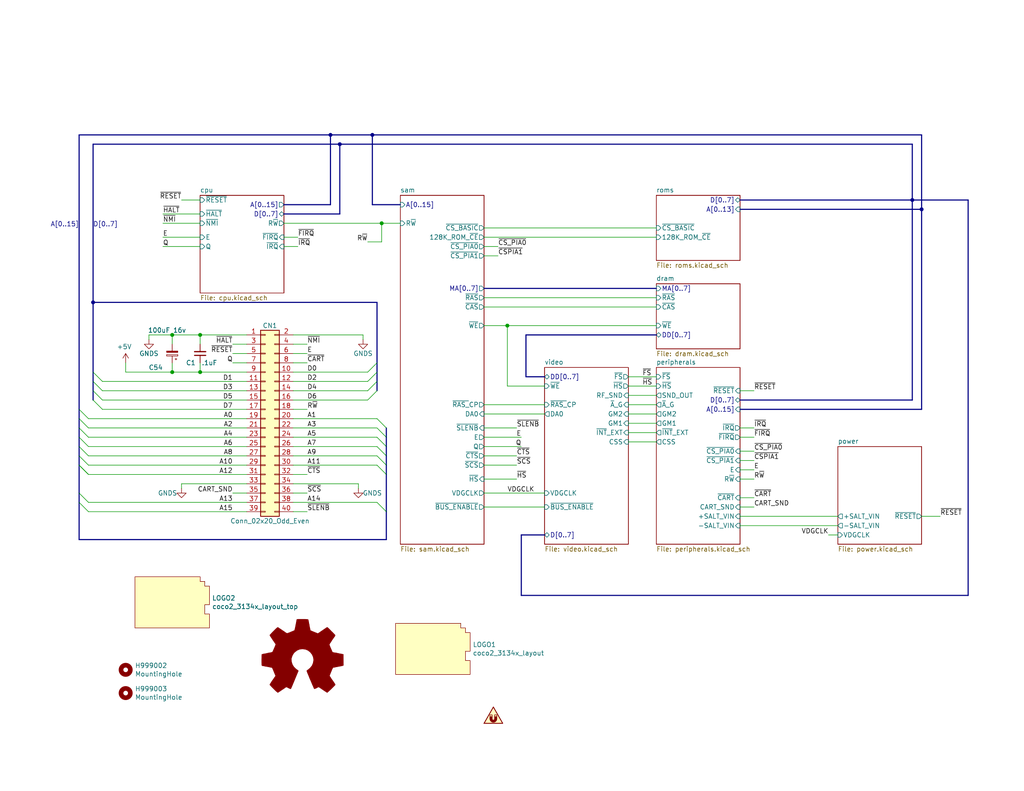
<source format=kicad_sch>
(kicad_sch (version 20211123) (generator eeschema)
  (paper "A")
  (title_block (title "TRS-80 Color Computer 2 (26-3134B & 26-3136B)") (date "2022-10-07") (rev "1.0.0") (company "Tandy Corporation") (comment 1 "Board # 20261058") (comment 3 "Reference board donated by MrDave3609") (comment 4 "Kicad schematic capture by Rocky Hill"))
  (lib_symbols
    (symbol "Graphic:SYM_Magnet_Small" (pin_names (offset 1.016) hide)
      (symbol "SYM_Magnet_Small_0_1"
        (rectangle (start -0.9398 -0.7112) (end -0.3302 -0.0762) (fill (type outline)))
        (rectangle (start -0.9398 -0.2286) (end -0.3302 0.4064) (fill (type background)))
        (arc (start -0.635 -0.6858) (mid 0 -1.3208) (end 0.635 -0.6858) (stroke (width 0.762)))
        (polyline (pts (xy -2.54 -1.905) (xy 2.54 -1.905) (xy 0 2.54) (xy -2.54 -1.905)) (stroke (width 0.254)) (fill (type background)))
        (rectangle (start 0.3302 -0.7112) (end 0.9398 -0.0762) (fill (type outline)))
        (rectangle (start 0.3302 -0.2286) (end 0.9398 0.4064) (fill (type background)))
      )
    )
    (symbol "coco2-rescue:+5V-power" (power) (pin_names (offset 0))
      (property "Value" "+5V-power" (at 0 3.556 0))
      (symbol "+5V-power_0_1"
        (polyline (pts (xy -0.762 1.27) (xy 0 2.54)))
        (polyline (pts (xy 0 0) (xy 0 2.54)))
        (polyline (pts (xy 0 2.54) (xy 0.762 1.27)))
      )
      (symbol "+5V-power_1_1"
        (pin power_in line (at 0 0 90) (length 0) hide (name "+5V") (number "1"))
      )
    )
    (symbol "coco2-rescue:CP_Small-Device" (pin_numbers hide) (pin_names (offset 0.254) hide)
      (property "Reference" "C" (at 0.254 1.778 0))
      (property "Value" "CP_Small-Device" (at 0.254 -2.032 0))
      (symbol "CP_Small-Device_0_1"
        (rectangle (start -1.524 -0.3048) (end 1.524 -0.6858) (fill (type outline)))
        (rectangle (start -1.524 0.6858) (end 1.524 0.3048))
        (polyline (pts (xy -1.27 1.524) (xy -0.762 1.524)))
        (polyline (pts (xy -1.016 1.27) (xy -1.016 1.778)))
      )
      (symbol "CP_Small-Device_1_1"
        (pin passive line (at 0 2.54 270) (length 1.8542) (name "~") (number "1"))
        (pin passive line (at 0 -2.54 90) (length 1.8542) (name "~") (number "2"))
      )
    )
    (symbol "coco2-rescue:C_Small-Device" (pin_numbers hide) (pin_names (offset 0.254) hide)
      (property "Reference" "C" (at 0.254 1.778 0))
      (property "Value" "C_Small-Device" (at 0.254 -2.032 0))
      (symbol "C_Small-Device_0_1"
        (polyline (pts (xy -1.524 -0.508) (xy 1.524 -0.508)) (stroke (width 0.3302)))
        (polyline (pts (xy -1.524 0.508) (xy 1.524 0.508)) (stroke (width 0.3048)))
      )
      (symbol "C_Small-Device_1_1"
        (pin passive line (at 0 2.54 270) (length 2.032) (name "~") (number "1"))
        (pin passive line (at 0 -2.54 90) (length 2.032) (name "~") (number "2"))
      )
    )
    (symbol "coco2-rescue:Conn_02x20_Odd_Even-Connector_Generic" (pin_names (offset 1.016) hide)
      (property "Reference" "J" (at 1.27 25.4 0))
      (property "Value" "Conn_02x20_Odd_Even-Connector_Generic" (at 1.27 -27.94 0))
      (symbol "Conn_02x20_Odd_Even-Connector_Generic_1_1"
        (rectangle (start -1.27 -25.273) (end 0 -25.527) (stroke (width 0.1524)))
        (rectangle (start -1.27 -22.733) (end 0 -22.987) (stroke (width 0.1524)))
        (rectangle (start -1.27 -20.193) (end 0 -20.447) (stroke (width 0.1524)))
        (rectangle (start -1.27 -17.653) (end 0 -17.907) (stroke (width 0.1524)))
        (rectangle (start -1.27 -15.113) (end 0 -15.367) (stroke (width 0.1524)))
        (rectangle (start -1.27 -12.573) (end 0 -12.827) (stroke (width 0.1524)))
        (rectangle (start -1.27 -10.033) (end 0 -10.287) (stroke (width 0.1524)))
        (rectangle (start -1.27 -7.493) (end 0 -7.747) (stroke (width 0.1524)))
        (rectangle (start -1.27 -4.953) (end 0 -5.207) (stroke (width 0.1524)))
        (rectangle (start -1.27 -2.413) (end 0 -2.667) (stroke (width 0.1524)))
        (rectangle (start -1.27 0.127) (end 0 -0.127) (stroke (width 0.1524)))
        (rectangle (start -1.27 2.667) (end 0 2.413) (stroke (width 0.1524)))
        (rectangle (start -1.27 5.207) (end 0 4.953) (stroke (width 0.1524)))
        (rectangle (start -1.27 7.747) (end 0 7.493) (stroke (width 0.1524)))
        (rectangle (start -1.27 10.287) (end 0 10.033) (stroke (width 0.1524)))
        (rectangle (start -1.27 12.827) (end 0 12.573) (stroke (width 0.1524)))
        (rectangle (start -1.27 15.367) (end 0 15.113) (stroke (width 0.1524)))
        (rectangle (start -1.27 17.907) (end 0 17.653) (stroke (width 0.1524)))
        (rectangle (start -1.27 20.447) (end 0 20.193) (stroke (width 0.1524)))
        (rectangle (start -1.27 22.987) (end 0 22.733) (stroke (width 0.1524)))
        (rectangle (start -1.27 24.13) (end 3.81 -26.67) (stroke (width 0.254)) (fill (type background)))
        (rectangle (start 3.81 -25.273) (end 2.54 -25.527) (stroke (width 0.1524)))
        (rectangle (start 3.81 -22.733) (end 2.54 -22.987) (stroke (width 0.1524)))
        (rectangle (start 3.81 -20.193) (end 2.54 -20.447) (stroke (width 0.1524)))
        (rectangle (start 3.81 -17.653) (end 2.54 -17.907) (stroke (width 0.1524)))
        (rectangle (start 3.81 -15.113) (end 2.54 -15.367) (stroke (width 0.1524)))
        (rectangle (start 3.81 -12.573) (end 2.54 -12.827) (stroke (width 0.1524)))
        (rectangle (start 3.81 -10.033) (end 2.54 -10.287) (stroke (width 0.1524)))
        (rectangle (start 3.81 -7.493) (end 2.54 -7.747) (stroke (width 0.1524)))
        (rectangle (start 3.81 -4.953) (end 2.54 -5.207) (stroke (width 0.1524)))
        (rectangle (start 3.81 -2.413) (end 2.54 -2.667) (stroke (width 0.1524)))
        (rectangle (start 3.81 0.127) (end 2.54 -0.127) (stroke (width 0.1524)))
        (rectangle (start 3.81 2.667) (end 2.54 2.413) (stroke (width 0.1524)))
        (rectangle (start 3.81 5.207) (end 2.54 4.953) (stroke (width 0.1524)))
        (rectangle (start 3.81 7.747) (end 2.54 7.493) (stroke (width 0.1524)))
        (rectangle (start 3.81 10.287) (end 2.54 10.033) (stroke (width 0.1524)))
        (rectangle (start 3.81 12.827) (end 2.54 12.573) (stroke (width 0.1524)))
        (rectangle (start 3.81 15.367) (end 2.54 15.113) (stroke (width 0.1524)))
        (rectangle (start 3.81 17.907) (end 2.54 17.653) (stroke (width 0.1524)))
        (rectangle (start 3.81 20.447) (end 2.54 20.193) (stroke (width 0.1524)))
        (rectangle (start 3.81 22.987) (end 2.54 22.733) (stroke (width 0.1524)))
        (pin passive line (at -5.08 22.86 0) (length 3.81) (name "Pin_1") (number "1"))
        (pin passive line (at 7.62 12.7 180) (length 3.81) (name "Pin_10") (number "10"))
        (pin passive line (at -5.08 10.16 0) (length 3.81) (name "Pin_11") (number "11"))
        (pin passive line (at 7.62 10.16 180) (length 3.81) (name "Pin_12") (number "12"))
        (pin passive line (at -5.08 7.62 0) (length 3.81) (name "Pin_13") (number "13"))
        (pin passive line (at 7.62 7.62 180) (length 3.81) (name "Pin_14") (number "14"))
        (pin passive line (at -5.08 5.08 0) (length 3.81) (name "Pin_15") (number "15"))
        (pin passive line (at 7.62 5.08 180) (length 3.81) (name "Pin_16") (number "16"))
        (pin passive line (at -5.08 2.54 0) (length 3.81) (name "Pin_17") (number "17"))
        (pin passive line (at 7.62 2.54 180) (length 3.81) (name "Pin_18") (number "18"))
        (pin passive line (at -5.08 0 0) (length 3.81) (name "Pin_19") (number "19"))
        (pin passive line (at 7.62 22.86 180) (length 3.81) (name "Pin_2") (number "2"))
        (pin passive line (at 7.62 0 180) (length 3.81) (name "Pin_20") (number "20"))
        (pin passive line (at -5.08 -2.54 0) (length 3.81) (name "Pin_21") (number "21"))
        (pin passive line (at 7.62 -2.54 180) (length 3.81) (name "Pin_22") (number "22"))
        (pin passive line (at -5.08 -5.08 0) (length 3.81) (name "Pin_23") (number "23"))
        (pin passive line (at 7.62 -5.08 180) (length 3.81) (name "Pin_24") (number "24"))
        (pin passive line (at -5.08 -7.62 0) (length 3.81) (name "Pin_25") (number "25"))
        (pin passive line (at 7.62 -7.62 180) (length 3.81) (name "Pin_26") (number "26"))
        (pin passive line (at -5.08 -10.16 0) (length 3.81) (name "Pin_27") (number "27"))
        (pin passive line (at 7.62 -10.16 180) (length 3.81) (name "Pin_28") (number "28"))
        (pin passive line (at -5.08 -12.7 0) (length 3.81) (name "Pin_29") (number "29"))
        (pin passive line (at -5.08 20.32 0) (length 3.81) (name "Pin_3") (number "3"))
        (pin passive line (at 7.62 -12.7 180) (length 3.81) (name "Pin_30") (number "30"))
        (pin passive line (at -5.08 -15.24 0) (length 3.81) (name "Pin_31") (number "31"))
        (pin passive line (at 7.62 -15.24 180) (length 3.81) (name "Pin_32") (number "32"))
        (pin passive line (at -5.08 -17.78 0) (length 3.81) (name "Pin_33") (number "33"))
        (pin passive line (at 7.62 -17.78 180) (length 3.81) (name "Pin_34") (number "34"))
        (pin passive line (at -5.08 -20.32 0) (length 3.81) (name "Pin_35") (number "35"))
        (pin passive line (at 7.62 -20.32 180) (length 3.81) (name "Pin_36") (number "36"))
        (pin passive line (at -5.08 -22.86 0) (length 3.81) (name "Pin_37") (number "37"))
        (pin passive line (at 7.62 -22.86 180) (length 3.81) (name "Pin_38") (number "38"))
        (pin passive line (at -5.08 -25.4 0) (length 3.81) (name "Pin_39") (number "39"))
        (pin passive line (at 7.62 20.32 180) (length 3.81) (name "Pin_4") (number "4"))
        (pin passive line (at 7.62 -25.4 180) (length 3.81) (name "Pin_40") (number "40"))
        (pin passive line (at -5.08 17.78 0) (length 3.81) (name "Pin_5") (number "5"))
        (pin passive line (at 7.62 17.78 180) (length 3.81) (name "Pin_6") (number "6"))
        (pin passive line (at -5.08 15.24 0) (length 3.81) (name "Pin_7") (number "7"))
        (pin passive line (at 7.62 15.24 180) (length 3.81) (name "Pin_8") (number "8"))
        (pin passive line (at -5.08 12.7 0) (length 3.81) (name "Pin_9") (number "9"))
      )
    )
    (symbol "coco2-rescue:GNDS-power" (power) (pin_names (offset 0))
      (property "Value" "GNDS-power" (at 0 -3.81 0))
      (symbol "GNDS-power_0_1"
        (polyline (pts (xy 0 0) (xy 0 -1.27) (xy 1.27 -1.27) (xy 0 -2.54) (xy -1.27 -1.27) (xy 0 -1.27)))
      )
      (symbol "GNDS-power_1_1"
        (pin power_in line (at 0 0 270) (length 0) hide (name "GNDS") (number "1"))
      )
    )
    (symbol "coco2-rescue:Logo_Open_Hardware_Large-Graphic" (pin_names (offset 1.016))
      (symbol "Logo_Open_Hardware_Large-Graphic_1_1"
        (polyline (pts (xy 6.731 -8.7122) (xy 6.6294 -8.6614) (xy 6.35 -8.4836) (xy 5.9944 -8.255) (xy 5.5372 -7.9502) (xy 5.1054 -7.6454) (xy 4.7498 -7.4168) (xy 4.4958 -7.239) (xy 4.3942 -7.1882) (xy 4.318 -7.2136) (xy 4.1148 -7.3152) (xy 3.81 -7.4676) (xy 3.6322 -7.5692) (xy 3.3528 -7.6708) (xy 3.2258 -7.6962) (xy 3.2004 -7.6708) (xy 3.0988 -7.4676) (xy 2.9464 -7.0866) (xy 2.7178 -6.604) (xy 2.4892 -6.0452) (xy 2.2352 -5.4356) (xy 1.9558 -4.826) (xy 1.7272 -4.2164) (xy 1.4986 -3.683) (xy 1.3208 -3.2512) (xy 1.2192 -2.9464) (xy 1.1684 -2.8194) (xy 1.1938 -2.794) (xy 1.3208 -2.667) (xy 1.5748 -2.4892) (xy 2.0828 -2.0574) (xy 2.6162 -1.397) (xy 2.921 -0.6604) (xy 3.048 0.1524) (xy 2.9464 0.9144) (xy 2.6416 1.6256) (xy 2.1336 2.286) (xy 1.524 2.7686) (xy 0.8128 3.0734) (xy 0 3.175) (xy -0.762 3.0988) (xy -1.4986 2.794) (xy -2.159 2.286) (xy -2.4384 1.9812) (xy -2.8194 1.3208) (xy -3.048 0.6096) (xy -3.0734 0.4318) (xy -3.0226 -0.3556) (xy -2.794 -1.0922) (xy -2.3876 -1.7526) (xy -1.8288 -2.3114) (xy -1.7526 -2.3622) (xy -1.4732 -2.5654) (xy -1.2954 -2.6924) (xy -1.1684 -2.8194) (xy -2.159 -5.207) (xy -2.3114 -5.588) (xy -2.5908 -6.2484) (xy -2.8194 -6.8072) (xy -3.0226 -7.2644) (xy -3.1496 -7.5692) (xy -3.2258 -7.6708) (xy -3.2258 -7.6962) (xy -3.302 -7.6962) (xy -3.4798 -7.6454) (xy -3.8354 -7.4676) (xy -4.0386 -7.366) (xy -4.2926 -7.239) (xy -4.4196 -7.1882) (xy -4.5212 -7.239) (xy -4.7498 -7.3914) (xy -5.1054 -7.6454) (xy -5.5372 -7.9248) (xy -5.9436 -8.2042) (xy -6.3246 -8.4582) (xy -6.604 -8.636) (xy -6.731 -8.7122) (xy -6.7564 -8.7122) (xy -6.858 -8.636) (xy -7.0866 -8.4582) (xy -7.4168 -8.1534) (xy -7.874 -7.6962) (xy -7.9502 -7.62) (xy -8.3312 -7.239) (xy -8.636 -6.9088) (xy -8.8392 -6.6802) (xy -8.9154 -6.5786) (xy -8.9154 -6.5786) (xy -8.8392 -6.4516) (xy -8.6614 -6.1722) (xy -8.4328 -5.7912) (xy -8.128 -5.3594) (xy -7.3152 -4.191) (xy -7.7724 -3.0988) (xy -7.8994 -2.7686) (xy -8.0772 -2.3622) (xy -8.2042 -2.0828) (xy -8.255 -1.9558) (xy -8.382 -1.905) (xy -8.6614 -1.8542) (xy -9.0932 -1.7526) (xy -9.6266 -1.651) (xy -10.1092 -1.5748) (xy -10.541 -1.4732) (xy -10.8712 -1.4224) (xy -11.0236 -1.397) (xy -11.049 -1.3716) (xy -11.0744 -1.2954) (xy -11.0998 -1.143) (xy -11.0998 -0.889) (xy -11.1252 -0.4572) (xy -11.1252 0.1524) (xy -11.1252 0.2286) (xy -11.0998 0.8128) (xy -11.0998 1.27) (xy -11.0744 1.5494) (xy -11.0744 1.6764) (xy -11.0744 1.6764) (xy -10.922 1.7018) (xy -10.6172 1.778) (xy -10.16 1.8542) (xy -9.652 1.9558) (xy -9.6012 1.9812) (xy -9.0932 2.0828) (xy -8.636 2.159) (xy -8.3312 2.2352) (xy -8.2042 2.286) (xy -8.1788 2.3114) (xy -8.0772 2.5146) (xy -7.9248 2.8448) (xy -7.747 3.2512) (xy -7.5692 3.6576) (xy -7.4168 4.0386) (xy -7.3152 4.318) (xy -7.2898 4.445) (xy -7.2898 4.445) (xy -7.366 4.572) (xy -7.5438 4.826) (xy -7.7978 5.207) (xy -8.128 5.6642) (xy -8.128 5.6896) (xy -8.4328 6.1468) (xy -8.6868 6.5278) (xy -8.8392 6.7818) (xy -8.9154 6.9088) (xy -8.9154 6.9088) (xy -8.8138 7.0358) (xy -8.5852 7.2898) (xy -8.255 7.6454) (xy -7.874 8.0264) (xy -7.747 8.1534) (xy -7.3152 8.5852) (xy -7.0104 8.8646) (xy -6.8326 8.9916) (xy -6.731 9.0424) (xy -6.731 9.0424) (xy -6.604 8.9408) (xy -6.3246 8.763) (xy -5.9436 8.509) (xy -5.4864 8.2042) (xy -5.461 8.1788) (xy -5.0038 7.874) (xy -4.6482 7.62) (xy -4.3688 7.4422) (xy -4.2672 7.3914) (xy -4.2418 7.3914) (xy -4.064 7.4422) (xy -3.7338 7.5438) (xy -3.3528 7.6962) (xy -2.9464 7.874) (xy -2.5654 8.0264) (xy -2.286 8.1534) (xy -2.159 8.2296) (xy -2.159 8.2296) (xy -2.1082 8.382) (xy -2.032 8.7122) (xy -1.9304 9.1694) (xy -1.8288 9.7282) (xy -1.8034 9.8044) (xy -1.7018 10.3378) (xy -1.6256 10.7696) (xy -1.5748 11.0744) (xy -1.524 11.2014) (xy -1.4478 11.2268) (xy -1.1938 11.2522) (xy -0.8128 11.2522) (xy -0.3302 11.2522) (xy 0.1524 11.2522) (xy 0.6604 11.2522) (xy 1.0668 11.2268) (xy 1.3716 11.2014) (xy 1.4986 11.176) (xy 1.4986 11.176) (xy 1.5494 11.0236) (xy 1.6256 10.6934) (xy 1.7018 10.2108) (xy 1.8288 9.6774) (xy 1.8288 9.5758) (xy 1.9304 9.0424) (xy 2.032 8.6106) (xy 2.0828 8.3058) (xy 2.1336 8.2042) (xy 2.159 8.1788) (xy 2.3876 8.0772) (xy 2.7432 7.9248) (xy 3.175 7.747) (xy 4.191 7.3406) (xy 5.461 8.2042) (xy 5.5626 8.2804) (xy 6.0198 8.5852) (xy 6.3754 8.8392) (xy 6.6294 8.9916) (xy 6.7564 9.0424) (xy 6.7564 9.0424) (xy 6.8834 8.9408) (xy 7.1374 8.7122) (xy 7.4676 8.382) (xy 7.8486 7.9756) (xy 8.1534 7.6962) (xy 8.4836 7.3406) (xy 8.7122 7.112) (xy 8.8392 6.9596) (xy 8.8646 6.858) (xy 8.8646 6.8072) (xy 8.7884 6.6802) (xy 8.6106 6.4008) (xy 8.3312 6.0198) (xy 8.0264 5.588) (xy 7.7978 5.207) (xy 7.5184 4.8006) (xy 7.3406 4.4958) (xy 7.2898 4.3434) (xy 7.2898 4.2926) (xy 7.3914 4.0386) (xy 7.5184 3.683) (xy 7.7216 3.2258) (xy 8.1534 2.2352) (xy 8.7884 2.1082) (xy 9.1948 2.0574) (xy 9.7536 1.9304) (xy 10.2616 1.8288) (xy 11.0998 1.6764) (xy 11.1252 -1.3208) (xy 10.9982 -1.3716) (xy 10.8712 -1.397) (xy 10.5664 -1.4732) (xy 10.1346 -1.5494) (xy 9.6266 -1.651) (xy 9.1948 -1.7272) (xy 8.7376 -1.8288) (xy 8.4328 -1.8796) (xy 8.2804 -1.905) (xy 8.255 -1.9558) (xy 8.1534 -2.159) (xy 7.9756 -2.5146) (xy 7.8232 -2.921) (xy 7.6454 -3.3274) (xy 7.493 -3.7338) (xy 7.366 -4.0132) (xy 7.3406 -4.191) (xy 7.3914 -4.2926) (xy 7.5692 -4.5466) (xy 7.7978 -4.9276) (xy 8.1026 -5.3594) (xy 8.4074 -5.7912) (xy 8.6614 -6.1722) (xy 8.8138 -6.4262) (xy 8.89 -6.5532) (xy 8.8646 -6.6548) (xy 8.6868 -6.858) (xy 8.3566 -7.1882) (xy 7.874 -7.6708) (xy 7.7978 -7.747) (xy 7.3914 -8.128) (xy 7.0612 -8.4328) (xy 6.8326 -8.636) (xy 6.731 -8.7122)) (fill (type outline)))
      )
    )
    (symbol "coco2-rescue:MountingHole-Mechanical" (pin_names (offset 1.016))
      (property "Reference" "H" (at 0 5.08 0))
      (property "Value" "MountingHole-Mechanical" (at 0 3.175 0))
      (symbol "MountingHole-Mechanical_0_1"
        (circle (center 0 0) (radius 1.27) (stroke (width 1.27)))
      )
    )
    (symbol "coco2:coco2_3134x_layout" (pin_names (offset 1.016))
      (property "Reference" "LOGO" (at -3.81 -6.35 0))
      (property "Value" "coco2_3134x_layout" (at -2.54 -13.97 0))
      (symbol "coco2_3134x_layout_0_1"
        (polyline (pts (xy -10.16 -8.89) (xy 5.08 -8.89) (xy 5.08 -10.16) (xy 6.35 -10.16) (xy 6.35 -11.43) (xy 7.62 -11.43) (xy 7.62 -16.51) (xy 6.35 -16.51) (xy 6.35 -19.05) (xy 7.62 -19.05) (xy 7.62 -22.86) (xy -12.7 -22.86) (xy -12.7 -8.89) (xy -10.16 -8.89)) (fill (type background)))
      )
    )
    (symbol "coco2:coco2_3134x_layout_top" (pin_names (offset 1.016))
      (property "Reference" "LOGO" (at -3.81 -6.35 0))
      (property "Value" "coco2_3134x_layout_top" (at -2.54 -13.97 0))
      (symbol "coco2_3134x_layout_top_0_1"
        (polyline (pts (xy -10.16 -8.89) (xy 5.08 -8.89) (xy 5.08 -10.16) (xy 6.35 -10.16) (xy 6.35 -11.43) (xy 7.62 -11.43) (xy 7.62 -16.51) (xy 6.35 -16.51) (xy 6.35 -19.05) (xy 7.62 -19.05) (xy 7.62 -22.86) (xy -12.7 -22.86) (xy -12.7 -8.89) (xy -10.16 -8.89)) (fill (type background)))
      )
    )
  )
  (junction (at 92.71 39.37))
  (junction (at 90.17 36.83))
  (junction (at 248.92 54.61))
  (junction (at 25.4 82.55))
  (junction (at 251.46 57.15))
  (junction (at 101.6 36.83))
  (junction (at 138.43 88.9))
  (junction (at 46.99 101.6))
  (junction (at 104.14 60.96))
  (junction (at 54.61 91.44))
  (junction (at 54.61 101.6))
  (junction (at 46.99 91.44))
  (bus_entry (at 27.94 106.68) (size -2.54 -2.54))
  (bus_entry (at 27.94 104.14) (size -2.54 -2.54))
  (bus_entry (at 21.59 121.92) (size 2.54 2.54))
  (bus_entry (at 21.59 137.16) (size 2.54 2.54))
  (bus_entry (at 21.59 114.3) (size 2.54 2.54))
  (bus_entry (at 21.59 134.62) (size 2.54 2.54))
  (bus_entry (at 102.87 121.92) (size 2.54 2.54))
  (bus_entry (at 102.87 114.3) (size 2.54 2.54))
  (bus_entry (at 102.87 127) (size 2.54 2.54))
  (bus_entry (at 100.33 104.14) (size 2.54 -2.54))
  (bus_entry (at 27.94 111.76) (size -2.54 -2.54))
  (bus_entry (at 100.33 101.6) (size 2.54 -2.54))
  (bus_entry (at 21.59 127) (size 2.54 2.54))
  (bus_entry (at 102.87 124.46) (size 2.54 2.54))
  (bus_entry (at 21.59 119.38) (size 2.54 2.54))
  (bus_entry (at 21.59 127) (size 2.54 2.54))
  (bus_entry (at 100.33 109.22) (size 2.54 -2.54))
  (bus_entry (at 102.87 119.38) (size 2.54 2.54))
  (bus_entry (at 102.87 116.84) (size 2.54 2.54))
  (bus_entry (at 21.59 111.76) (size 2.54 2.54))
  (bus_entry (at 100.33 106.68) (size 2.54 -2.54))
  (bus_entry (at 21.59 124.46) (size 2.54 2.54))
  (bus_entry (at 21.59 116.84) (size 2.54 2.54))
  (bus_entry (at 102.87 137.16) (size 2.54 2.54))
  (bus_entry (at 27.94 109.22) (size -2.54 -2.54))
  (bus (pts (xy 102.87 104.14) (xy 102.87 106.68)))
  (bus (pts (xy 77.47 55.88) (xy 90.17 55.88)))
  (wire (pts (xy 54.61 54.61) (xy 49.53 54.61)))
  (wire (pts (xy 135.89 69.85) (xy 132.08 69.85)))
  (wire (pts (xy 46.99 91.44) (xy 54.61 91.44)))
  (wire (pts (xy 49.53 132.08) (xy 49.53 133.35)))
  (wire (pts (xy 132.08 88.9) (xy 138.43 88.9)))
  (wire (pts (xy 102.87 124.46) (xy 80.01 124.46)))
  (wire (pts (xy 67.31 96.52) (xy 63.5 96.52)))
  (wire (pts (xy 46.99 99.06) (xy 46.99 101.6)))
  (wire (pts (xy 142.24 121.92) (xy 132.08 121.92)))
  (wire (pts (xy 80.01 132.08) (xy 97.79 132.08)))
  (wire (pts (xy 54.61 93.98) (xy 54.61 91.44)))
  (bus (pts (xy 25.4 104.14) (xy 25.4 106.68)))
  (bus (pts (xy 264.16 162.56) (xy 142.24 162.56)))
  (wire (pts (xy 80.01 96.52) (xy 83.82 96.52)))
  (wire (pts (xy 67.31 121.92) (xy 24.13 121.92)))
  (bus (pts (xy 21.59 111.76) (xy 21.59 114.3)))
  (wire (pts (xy 83.82 111.76) (xy 80.01 111.76)))
  (wire (pts (xy 24.13 114.3) (xy 67.31 114.3)))
  (wire (pts (xy 80.01 106.68) (xy 100.33 106.68)))
  (wire (pts (xy 132.08 127) (xy 140.97 127)))
  (wire (pts (xy 44.45 60.96) (xy 54.61 60.96)))
  (bus (pts (xy 201.93 54.61) (xy 248.92 54.61)))
  (wire (pts (xy 132.08 138.43) (xy 148.59 138.43)))
  (wire (pts (xy 251.46 140.97) (xy 256.54 140.97)))
  (wire (pts (xy 67.31 134.62) (xy 63.5 134.62)))
  (wire (pts (xy 24.13 119.38) (xy 67.31 119.38)))
  (wire (pts (xy 24.13 129.54) (xy 67.31 129.54)))
  (bus (pts (xy 25.4 101.6) (xy 25.4 104.14)))
  (wire (pts (xy 54.61 58.42) (xy 44.45 58.42)))
  (bus (pts (xy 251.46 36.83) (xy 251.46 57.15)))
  (bus (pts (xy 105.41 121.92) (xy 105.41 124.46)))
  (bus (pts (xy 251.46 57.15) (xy 251.46 111.76)))
  (wire (pts (xy 171.45 120.65) (xy 179.07 120.65)))
  (wire (pts (xy 138.43 105.41) (xy 148.59 105.41)))
  (wire (pts (xy 80.01 134.62) (xy 83.82 134.62)))
  (bus (pts (xy 21.59 116.84) (xy 21.59 119.38)))
  (bus (pts (xy 201.93 111.76) (xy 251.46 111.76)))
  (bus (pts (xy 21.59 119.38) (xy 21.59 121.92)))
  (bus (pts (xy 148.59 102.87) (xy 143.51 102.87)))
  (wire (pts (xy 148.59 113.03) (xy 132.08 113.03)))
  (bus (pts (xy 21.59 121.92) (xy 21.59 124.46)))
  (wire (pts (xy 201.93 140.97) (xy 228.6 140.97)))
  (bus (pts (xy 92.71 39.37) (xy 248.92 39.37)))
  (wire (pts (xy 138.43 88.9) (xy 179.07 88.9)))
  (wire (pts (xy 54.61 99.06) (xy 54.61 101.6)))
  (wire (pts (xy 132.08 62.23) (xy 179.07 62.23)))
  (wire (pts (xy 132.08 83.82) (xy 179.07 83.82)))
  (bus (pts (xy 25.4 39.37) (xy 92.71 39.37)))
  (wire (pts (xy 228.6 146.05) (xy 226.06 146.05)))
  (bus (pts (xy 21.59 127) (xy 21.59 134.62)))
  (wire (pts (xy 80.01 99.06) (xy 83.82 99.06)))
  (wire (pts (xy 54.61 64.77) (xy 44.45 64.77)))
  (wire (pts (xy 40.64 91.44) (xy 46.99 91.44)))
  (wire (pts (xy 80.01 104.14) (xy 100.33 104.14)))
  (wire (pts (xy 171.45 110.49) (xy 179.07 110.49)))
  (wire (pts (xy 80.01 139.7) (xy 83.82 139.7)))
  (wire (pts (xy 46.99 101.6) (xy 54.61 101.6)))
  (wire (pts (xy 67.31 127) (xy 24.13 127)))
  (wire (pts (xy 46.99 91.44) (xy 46.99 93.98)))
  (wire (pts (xy 179.07 102.87) (xy 171.45 102.87)))
  (wire (pts (xy 132.08 81.28) (xy 179.07 81.28)))
  (wire (pts (xy 201.93 106.68) (xy 205.74 106.68)))
  (bus (pts (xy 21.59 147.32) (xy 105.41 147.32)))
  (wire (pts (xy 102.87 114.3) (xy 80.01 114.3)))
  (wire (pts (xy 171.45 115.57) (xy 179.07 115.57)))
  (bus (pts (xy 109.22 55.88) (xy 101.6 55.88)))
  (wire (pts (xy 80.01 91.44) (xy 99.06 91.44)))
  (wire (pts (xy 44.45 67.31) (xy 54.61 67.31)))
  (bus (pts (xy 201.93 57.15) (xy 251.46 57.15)))
  (bus (pts (xy 105.41 116.84) (xy 105.41 119.38)))
  (bus (pts (xy 21.59 124.46) (xy 21.59 127)))
  (bus (pts (xy 25.4 106.68) (xy 25.4 109.22)))
  (wire (pts (xy 132.08 110.49) (xy 148.59 110.49)))
  (bus (pts (xy 21.59 137.16) (xy 21.59 147.32)))
  (wire (pts (xy 27.94 104.14) (xy 67.31 104.14)))
  (bus (pts (xy 102.87 82.55) (xy 25.4 82.55)))
  (wire (pts (xy 97.79 133.35) (xy 97.79 132.08)))
  (wire (pts (xy 140.97 124.46) (xy 132.08 124.46)))
  (bus (pts (xy 101.6 55.88) (xy 101.6 36.83)))
  (bus (pts (xy 21.59 134.62) (xy 21.59 137.16)))
  (wire (pts (xy 67.31 116.84) (xy 24.13 116.84)))
  (bus (pts (xy 102.87 82.55) (xy 102.87 99.06)))
  (wire (pts (xy 80.01 93.98) (xy 83.82 93.98)))
  (wire (pts (xy 104.14 60.96) (xy 109.22 60.96)))
  (wire (pts (xy 205.74 138.43) (xy 201.93 138.43)))
  (wire (pts (xy 77.47 67.31) (xy 81.28 67.31)))
  (bus (pts (xy 90.17 36.83) (xy 90.17 55.88)))
  (wire (pts (xy 100.33 66.04) (xy 104.14 66.04)))
  (bus (pts (xy 102.87 101.6) (xy 102.87 104.14)))
  (bus (pts (xy 102.87 99.06) (xy 102.87 101.6)))
  (wire (pts (xy 205.74 130.81) (xy 201.93 130.81)))
  (wire (pts (xy 34.29 101.6) (xy 46.99 101.6)))
  (wire (pts (xy 132.08 130.81) (xy 140.97 130.81)))
  (bus (pts (xy 142.24 162.56) (xy 142.24 146.05)))
  (wire (pts (xy 40.64 91.44) (xy 40.64 92.71)))
  (wire (pts (xy 205.74 125.73) (xy 201.93 125.73)))
  (wire (pts (xy 205.74 135.89) (xy 201.93 135.89)))
  (wire (pts (xy 228.6 143.51) (xy 201.93 143.51)))
  (wire (pts (xy 80.01 127) (xy 102.87 127)))
  (wire (pts (xy 77.47 60.96) (xy 104.14 60.96)))
  (bus (pts (xy 142.24 146.05) (xy 148.59 146.05)))
  (wire (pts (xy 132.08 67.31) (xy 135.89 67.31)))
  (wire (pts (xy 81.28 64.77) (xy 77.47 64.77)))
  (wire (pts (xy 24.13 124.46) (xy 67.31 124.46)))
  (wire (pts (xy 201.93 128.27) (xy 205.74 128.27)))
  (wire (pts (xy 27.94 111.76) (xy 67.31 111.76)))
  (wire (pts (xy 205.74 119.38) (xy 201.93 119.38)))
  (bus (pts (xy 90.17 36.83) (xy 101.6 36.83)))
  (wire (pts (xy 179.07 107.95) (xy 171.45 107.95)))
  (wire (pts (xy 104.14 66.04) (xy 104.14 60.96)))
  (wire (pts (xy 171.45 105.41) (xy 179.07 105.41)))
  (wire (pts (xy 27.94 106.68) (xy 67.31 106.68)))
  (wire (pts (xy 80.01 129.54) (xy 83.82 129.54)))
  (bus (pts (xy 105.41 124.46) (xy 105.41 127)))
  (bus (pts (xy 25.4 39.37) (xy 25.4 82.55)))
  (bus (pts (xy 248.92 54.61) (xy 264.16 54.61)))
  (bus (pts (xy 264.16 54.61) (xy 264.16 162.56)))
  (wire (pts (xy 80.01 116.84) (xy 102.87 116.84)))
  (wire (pts (xy 67.31 99.06) (xy 63.5 99.06)))
  (bus (pts (xy 92.71 39.37) (xy 92.71 58.42)))
  (bus (pts (xy 21.59 36.83) (xy 90.17 36.83)))
  (bus (pts (xy 105.41 127) (xy 105.41 129.54)))
  (bus (pts (xy 77.47 58.42) (xy 92.71 58.42)))
  (wire (pts (xy 102.87 137.16) (xy 80.01 137.16)))
  (bus (pts (xy 25.4 82.55) (xy 25.4 101.6)))
  (bus (pts (xy 143.51 102.87) (xy 143.51 91.44)))
  (wire (pts (xy 54.61 101.6) (xy 67.31 101.6)))
  (wire (pts (xy 99.06 92.71) (xy 99.06 91.44)))
  (wire (pts (xy 80.01 121.92) (xy 102.87 121.92)))
  (wire (pts (xy 140.97 116.84) (xy 132.08 116.84)))
  (bus (pts (xy 21.59 36.83) (xy 21.59 111.76)))
  (wire (pts (xy 179.07 113.03) (xy 171.45 113.03)))
  (wire (pts (xy 67.31 93.98) (xy 63.5 93.98)))
  (wire (pts (xy 132.08 119.38) (xy 142.24 119.38)))
  (bus (pts (xy 132.08 78.74) (xy 179.07 78.74)))
  (bus (pts (xy 143.51 91.44) (xy 179.07 91.44)))
  (wire (pts (xy 80.01 101.6) (xy 100.33 101.6)))
  (wire (pts (xy 67.31 137.16) (xy 24.13 137.16)))
  (wire (pts (xy 138.43 88.9) (xy 138.43 105.41)))
  (wire (pts (xy 80.01 109.22) (xy 100.33 109.22)))
  (bus (pts (xy 105.41 129.54) (xy 105.41 139.7)))
  (wire (pts (xy 54.61 91.44) (xy 67.31 91.44)))
  (bus (pts (xy 105.41 139.7) (xy 105.41 147.32)))
  (wire (pts (xy 27.94 109.22) (xy 67.31 109.22)))
  (bus (pts (xy 21.59 114.3) (xy 21.59 116.84)))
  (wire (pts (xy 132.08 64.77) (xy 179.07 64.77)))
  (wire (pts (xy 132.08 134.62) (xy 148.59 134.62)))
  (wire (pts (xy 34.29 101.6) (xy 34.29 99.06)))
  (bus (pts (xy 101.6 36.83) (xy 251.46 36.83)))
  (wire (pts (xy 49.53 132.08) (xy 67.31 132.08)))
  (wire (pts (xy 102.87 119.38) (xy 80.01 119.38)))
  (bus (pts (xy 248.92 54.61) (xy 248.92 109.22)))
  (wire (pts (xy 201.93 123.19) (xy 205.74 123.19)))
  (bus (pts (xy 105.41 119.38) (xy 105.41 121.92)))
  (bus (pts (xy 201.93 109.22) (xy 248.92 109.22)))
  (wire (pts (xy 201.93 116.84) (xy 205.74 116.84)))
  (wire (pts (xy 24.13 139.7) (xy 67.31 139.7)))
  (bus (pts (xy 248.92 39.37) (xy 248.92 54.61)))
  (wire (pts (xy 179.07 118.11) (xy 171.45 118.11)))
  (label "~{HS}" (at 140.97 130.81 0))
  (label "~{NMI}" (at 83.82 93.98 0))
  (label "VDGCLK" (at 138.43 134.62 0))
  (label "A14" (at 83.82 137.16 0))
  (label "CART_SND" (at 205.74 138.43 0))
  (label "~{CART}" (at 83.82 99.06 0))
  (label "~{RESET}" (at 63.5 96.52 180))
  (label "~{IRQ}" (at 205.74 116.84 0))
  (label "A0" (at 63.5 114.3 180))
  (label "A5" (at 83.82 119.38 0))
  (label "~{RESET}" (at 49.53 54.61 180))
  (label "~{SLENB}" (at 140.97 116.84 0))
  (label "D6" (at 83.82 109.22 0))
  (label "VDGCLK" (at 226.06 146.05 180))
  (label "R~{W}" (at 83.82 111.76 0))
  (label "~{SCS}" (at 140.97 127 0))
  (label "~{CTS}" (at 83.82 129.54 0))
  (label "A10" (at 63.5 127 180))
  (label "D4" (at 83.82 106.68 0))
  (label "Q" (at 63.5 99.06 180))
  (label "~{RESET}" (at 256.54 140.97 0))
  (label "~{RESET}" (at 205.74 106.68 0))
  (label "~{CART}" (at 205.74 135.89 0))
  (label "D5" (at 63.5 109.22 180))
  (label "~{FIRQ}" (at 81.28 64.77 0))
  (label "A7" (at 83.82 121.92 0))
  (label "E" (at 205.74 128.27 0))
  (label "D3" (at 63.5 106.68 180))
  (label "~{SLENB}" (at 83.82 139.7 0))
  (label "~{CSPIA1}" (at 135.89 69.85 0))
  (label "~{HALT}" (at 63.5 93.98 180))
  (label "A9" (at 83.82 124.46 0))
  (label "D1" (at 63.5 104.14 180))
  (label "D[0..7]" (at 25.4 62.23 0))
  (label "A15" (at 63.5 139.7 180))
  (label "R~{W}" (at 100.33 66.04 180))
  (label "~{FIRQ}" (at 205.74 119.38 0))
  (label "~{FS}" (at 175.26 102.87 0))
  (label "A2" (at 63.5 116.84 180))
  (label "~{IRQ}" (at 81.28 67.31 0))
  (label "A[0..15]" (at 21.59 62.23 180))
  (label "~{HS}" (at 175.26 105.41 0))
  (label "Q" (at 44.45 67.31 0))
  (label "~{SCS}" (at 83.82 134.62 0))
  (label "CART_SND" (at 63.5 134.62 180))
  (label "E" (at 142.24 119.38 180))
  (label "A12" (at 63.5 129.54 180))
  (label "Q" (at 142.24 121.92 180))
  (label "A8" (at 63.5 124.46 180))
  (label "A1" (at 83.82 114.3 0))
  (label "~{CSPIA1}" (at 205.74 125.73 0))
  (label "D7" (at 63.5 111.76 180))
  (label "~{CS_PIA0}" (at 135.89 67.31 0))
  (label "A13" (at 63.5 137.16 180))
  (label "~{CTS}" (at 140.97 124.46 0))
  (label "E" (at 44.45 64.77 0))
  (label "~{HALT}" (at 44.45 58.42 0))
  (label "A11" (at 83.82 127 0))
  (label "A6" (at 63.5 121.92 180))
  (label "E" (at 83.82 96.52 0))
  (label "D2" (at 83.82 104.14 0))
  (label "D0" (at 83.82 101.6 0))
  (label "~{CS_PIA0}" (at 205.74 123.19 0))
  (label "A3" (at 83.82 116.84 0))
  (label "~{NMI}" (at 44.45 60.96 0))
  (label "A4" (at 63.5 119.38 180))
  (label "R~{W}" (at 205.74 130.81 0))
  (symbol (lib_id "coco2-rescue:Logo_Open_Hardware_Large-Graphic") (at 82.55 180.34 0) (unit 1)
    (property "Reference" "LOGO3" (effects hide))
    (property "Value" "Logo_Open_Hardware_Large" (effects hide))
    (property "Footprint" "coco2:OSHW-Logo2_7.3x6mm_SilkScreen" (effects hide))
  )
  (symbol (lib_id "coco2-rescue:Conn_02x20_Odd_Even-Connector_Generic") (at 72.39 114.3 0) (unit 1)
    (property "Reference" "CN1" (at 73.66 88.9 0))
    (property "Value" "Conn_02x20_Odd_Even" (at 73.66 142.24 0))
    (property "Footprint" "coco2:EBC20DRAS" (effects hide))
    (property "Datasheet" "https://s3.amazonaws.com/catalogspreads-pdf/PAGE50-51%20.100%20LP%20DS%20EYE%20RA.pdf" (effects hide))
    (property "Vendor" "digikey" (effects hide))
    (property "Vendor part#" "S9672-ND" (effects hide))
    (property "Manufacturer part#" "EBC20DRAS" (effects hide))
  )
  (symbol (lib_id "coco2-rescue:+5V-power") (at 34.29 99.06 0) (mirror y) (unit 1)
    (property "Reference" "#PWR0999003" (effects hide))
    (property "Value" "+5V" (at 33.909 94.6658 0))
  )
  (symbol (lib_id "coco2-rescue:C_Small-Device") (at 54.61 96.52 180) (unit 1)
    (property "Reference" "C1" (at 52.07 99.06 0))
    (property "Value" ".1uF" (at 57.15 99.06 0))
    (property "Footprint" "Capacitor_THT:C_Disc_D4.7mm_W2.5mm_P5.00mm" (effects hide))
    (property "Datasheet" " https://search.murata.co.jp/Ceramy/image/img/A01X/G101/ENG/RDE_X7R_250V-1kV_E.pdf" (effects hide))
    (property "Vendor" "digikey" (effects hide))
    (property "Vendor part#" "490-8814-ND" (effects hide))
    (property "Manufacturer part#" "RDER71H104K0K1H03B" (effects hide))
  )
  (symbol (lib_id "coco2-rescue:GNDS-power") (at 49.53 133.35 0) (unit 1)
    (property "Reference" "#PWR0999004" (effects hide))
    (property "Value" "GNDS" (at 45.72 134.62 0))
  )
  (symbol (lib_id "coco2-rescue:GNDS-power") (at 97.79 133.35 0) (mirror y) (unit 1)
    (property "Reference" "#PWR0999005" (effects hide))
    (property "Value" "GNDS" (at 101.6 134.62 0))
  )
  (symbol (lib_id "coco2-rescue:GNDS-power") (at 99.06 92.71 0) (mirror y) (unit 1)
    (property "Reference" "#PWR0999002" (effects hide))
    (property "Value" "GNDS" (at 99.06 96.52 0))
  )
  (symbol (lib_id "coco2-rescue:GNDS-power") (at 40.64 92.71 0) (unit 1)
    (property "Reference" "#PWR0999001" (effects hide))
    (property "Value" "GNDS" (at 40.64 96.52 0))
  )
  (symbol (lib_id "coco2-rescue:MountingHole-Mechanical") (at 34.29 182.88 0) (unit 1)
    (property "Reference" "H999002" (at 36.83 181.7116 0) (effects (justify left)))
    (property "Value" "MountingHole" (at 36.83 184.023 0) (effects (justify left)))
    (property "Footprint" "MountingHole:MountingHole_4mm" (effects hide))
  )
  (symbol (lib_id "coco2-rescue:MountingHole-Mechanical") (at 34.29 189.23 0) (unit 1)
    (property "Reference" "H999003" (at 36.83 188.0616 0) (effects (justify left)))
    (property "Value" "MountingHole" (at 36.83 190.373 0) (effects (justify left)))
    (property "Footprint" "MountingHole:MountingHole_4mm" (effects hide))
  )
  (symbol (lib_id "coco2:coco2_3134x_layout_top") (at 49.53 148.59 0) (unit 1)
    (property "Reference" "LOGO2" (at 57.8612 163.2966 0) (effects (justify left)))
    (property "Value" "coco2_3134x_layout_top" (at 57.8612 165.608 0) (effects (justify left)))
    (property "Footprint" "coco2:coco2_3134B_layout_top_a" (effects hide))
  )
  (symbol (lib_id "coco2:coco2_3134x_layout") (at 120.65 161.29 0) (unit 1)
    (property "Reference" "LOGO1" (at 128.9812 175.9966 0) (effects (justify left)))
    (property "Value" "coco2_3134x_layout" (at 128.9812 178.308 0) (effects (justify left)))
    (property "Footprint" "coco2:coco2_3134B_layout_bottom_a" (effects hide))
  )
  (symbol (lib_id "coco2-rescue:CP_Small-Device") (at 46.99 96.52 180) (unit 1)
    (property "Reference" "C54" (at 44.45 100.33 0) (effects (justify left)))
    (property "Value" "100uF 16v" (at 50.8 90.17 0) (effects (justify left)))
    (property "Footprint" "Capacitor_THT:CP_Radial_D8.0mm_P5.00mm" (effects hide))
    (property "Datasheet" "http://nichicon-us.com/english/products/pdfs/e-uvz.pdf" (effects hide))
    (property "Vendor" "digikey" (effects hide))
    (property "Vendor part#" "493-17434-1-ND" (effects hide))
    (property "Manufacturer part#" "UST1C101MDD1TA" (effects hide))
  )
  (symbol (lib_id "Graphic:SYM_Magnet_Small") (at 134.62 195.58 0) (unit 1)
    (property "Reference" "LOGO4" (effects hide))
    (property "Value" "SYM_Magnet_Small" (effects hide))
    (property "Footprint" "coco2:gah" (effects hide))
  )
  (sheet (at 54.61 53.34) (size 22.86 26.67)
    (property "Sheet name" "cpu" (at 54.61 52.6284 0) (effects (justify left bottom)))
    (property "Sheet file" "cpu.kicad_sch" (at 54.61 80.5946 0) (effects (justify left top)))
    (pin "~{NMI}" input (at 54.61 60.96 180))
    (pin "~{IRQ}" input (at 77.47 67.31 0))
    (pin "~{FIRQ}" input (at 77.47 64.77 0))
    (pin "~{HALT}" input (at 54.61 58.42 180))
    (pin "R~{W}" output (at 77.47 60.96 0))
    (pin "~{RESET}" input (at 54.61 54.61 180))
    (pin "E" input (at 54.61 64.77 180))
    (pin "Q" input (at 54.61 67.31 180))
    (pin "A[0..15]" output (at 77.47 55.88 0))
    (pin "D[0..7]" bidirectional (at 77.47 58.42 0))
  )
  (sheet (at 228.6 121.92) (size 22.86 26.67)
    (property "Sheet name" "power" (at 228.6 121.2084 0) (effects (justify left bottom)))
    (property "Sheet file" "power.kicad_sch" (at 228.6 149.1746 0) (effects (justify left top)))
    (pin "VDGCLK" input (at 228.6 146.05 180))
    (pin "~{RESET}" output (at 251.46 140.97 0))
    (pin "-SALT_VIN" output (at 228.6 143.51 180))
    (pin "+SALT_VIN" output (at 228.6 140.97 180))
  )
  (sheet (at 179.07 53.34) (size 22.86 17.78)
    (property "Sheet name" "roms" (at 179.07 52.6284 0) (effects (justify left bottom)))
    (property "Sheet file" "roms.kicad_sch" (at 179.07 71.7046 0) (effects (justify left top)))
    (pin "D[0..7]" bidirectional (at 201.93 54.61 0))
    (pin "~{CS_BASIC}" input (at 179.07 62.23 180))
    (pin "A[0..13]" input (at 201.93 57.15 0))
    (pin "128K_ROM_~{CE}" input (at 179.07 64.77 180))
  )
  (sheet (at 179.07 100.33) (size 22.86 48.26)
    (property "Sheet name" "peripherals" (at 179.07 99.6184 0) (effects (justify left bottom)))
    (property "Sheet file" "peripherals.kicad_sch" (at 179.07 149.1746 0) (effects (justify left top)))
    (pin "-SALT_VIN" input (at 201.93 143.51 0))
    (pin "+SALT_VIN" input (at 201.93 140.97 0))
    (pin "D[0..7]" bidirectional (at 201.93 109.22 0))
    (pin "R~{W}" input (at 201.93 130.81 0))
    (pin "~{IRQ}" output (at 201.93 116.84 0))
    (pin "~{RESET}" input (at 201.93 106.68 0))
    (pin "E" input (at 201.93 128.27 0))
    (pin "A[0..15]" input (at 201.93 111.76 0))
    (pin "~{CS_PIA0}" input (at 201.93 123.19 0))
    (pin "~{HS}" input (at 179.07 105.41 180))
    (pin "~{CART}" input (at 201.93 135.89 0))
    (pin "SND_OUT" output (at 179.07 107.95 180))
    (pin "CART_SND" input (at 201.93 138.43 0))
    (pin "CSS" output (at 179.07 120.65 180))
    (pin "~{INT}_EXT" output (at 179.07 118.11 180))
    (pin "GM1" output (at 179.07 115.57 180))
    (pin "GM2" output (at 179.07 113.03 180))
    (pin "~{A}_G" output (at 179.07 110.49 180))
    (pin "~{CS_PIA1}" input (at 201.93 125.73 0))
    (pin "~{FIRQ}" output (at 201.93 119.38 0))
    (pin "~{FS}" input (at 179.07 102.87 180))
  )
  (sheet (at 109.22 53.34) (size 22.86 95.25)
    (property "Sheet name" "sam" (at 109.22 52.6284 0) (effects (justify left bottom)))
    (property "Sheet file" "sam.kicad_sch" (at 109.22 149.1746 0) (effects (justify left top)))
    (pin "MA[0..7]" output (at 132.08 78.74 0))
    (pin "E" output (at 132.08 119.38 0))
    (pin "Q" output (at 132.08 121.92 0))
    (pin "VDGCLK" output (at 132.08 134.62 0))
    (pin "DA0" input (at 132.08 113.03 0))
    (pin "~{HS}" input (at 132.08 130.81 0))
    (pin "R~{W}" input (at 109.22 60.96 180))
    (pin "~{SLENB}" input (at 132.08 116.84 0))
    (pin "~{CS_BASIC}" output (at 132.08 62.23 0))
    (pin "~{CS_PIA0}" output (at 132.08 67.31 0))
    (pin "~{CS_PIA1}" output (at 132.08 69.85 0))
    (pin "~{CTS}" output (at 132.08 124.46 0))
    (pin "~{SCS}" output (at 132.08 127 0))
    (pin "A[0..15]" input (at 109.22 55.88 180))
    (pin "~{RAS}" output (at 132.08 81.28 0))
    (pin "~{CAS}" output (at 132.08 83.82 0))
    (pin "~{WE}" output (at 132.08 88.9 0))
    (pin "~{BUS_ENABLE}" output (at 132.08 138.43 0))
    (pin "~{RAS_}CP" output (at 132.08 110.49 0))
    (pin "128K_ROM_~{CE}" output (at 132.08 64.77 0))
  )
  (sheet (at 148.59 100.33) (size 22.86 48.26)
    (property "Sheet name" "video" (at 148.59 99.6184 0) (effects (justify left bottom)))
    (property "Sheet file" "video.kicad_sch" (at 148.59 149.1746 0) (effects (justify left top)))
    (pin "VDGCLK" input (at 148.59 134.62 180))
    (pin "~{FS}" output (at 171.45 102.87 0))
    (pin "~{HS}" output (at 171.45 105.41 0))
    (pin "GM1" input (at 171.45 115.57 0))
    (pin "GM2" input (at 171.45 113.03 0))
    (pin "DA0" output (at 148.59 113.03 180))
    (pin "~{INT}_EXT" input (at 171.45 118.11 0))
    (pin "RF_SND" input (at 171.45 107.95 0))
    (pin "CSS" input (at 171.45 120.65 0))
    (pin "~{A}_G" input (at 171.45 110.49 0))
    (pin "~{RAS_}CP" input (at 148.59 110.49 180))
    (pin "D[0..7]" bidirectional (at 148.59 146.05 180))
    (pin "DD[0..7]" bidirectional (at 148.59 102.87 180))
    (pin "~{WE}" input (at 148.59 105.41 180))
    (pin "~{BUS_ENABLE}" input (at 148.59 138.43 180))
  )
  (sheet (at 179.07 77.47) (size 22.86 17.78)
    (property "Sheet name" "dram" (at 179.07 76.7584 0) (effects (justify left bottom)))
    (property "Sheet file" "dram.kicad_sch" (at 179.07 95.8346 0) (effects (justify left top)))
    (pin "MA[0..7]" input (at 179.07 78.74 180))
    (pin "~{WE}" input (at 179.07 88.9 180))
    (pin "~{RAS}" input (at 179.07 81.28 180))
    (pin "~{CAS}" input (at 179.07 83.82 180))
    (pin "DD[0..7]" bidirectional (at 179.07 91.44 180))
  )
)
</source>
